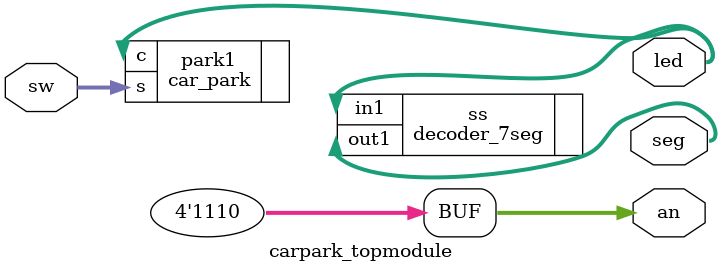
<source format=v>
module carpark_topmodule(led,sw,seg,an);

input [8:0] sw;
output [3:0] led;
output [6:0] seg;
output [3:0] an;

assign an = 4'b1110;

car_park park1(.c(led), .s(sw));
decoder_7seg ss(.in1(led), .out1(seg));

endmodule

</source>
